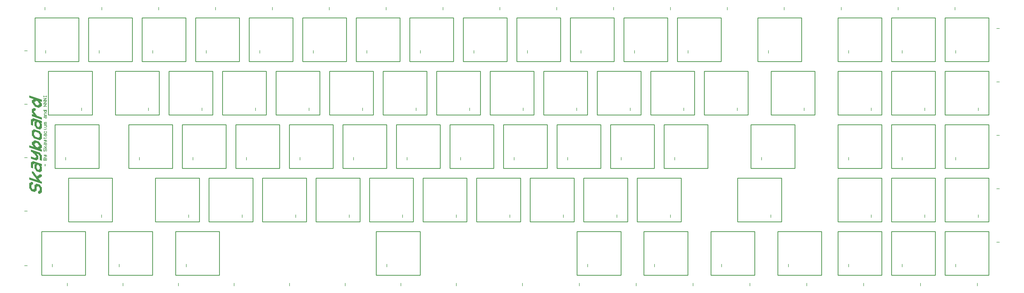
<source format=gto>
G04*
G04 #@! TF.GenerationSoftware,Altium Limited,Altium Designer,21.2.2 (38)*
G04*
G04 Layer_Color=65535*
%FSLAX25Y25*%
%MOIN*%
G70*
G04*
G04 #@! TF.SameCoordinates,D2681F19-CCD1-4E4B-9F87-FD34C08DC50C*
G04*
G04*
G04 #@! TF.FilePolarity,Positive*
G04*
G01*
G75*
%ADD10C,0.00500*%
%ADD11C,0.01000*%
G36*
X40000Y276695D02*
Y273710D01*
X37570Y274543D01*
Y273848D01*
X38774Y273432D01*
Y272205D01*
X40000Y271789D01*
Y267578D01*
X38774Y267994D01*
Y266768D01*
X37547Y267184D01*
Y265958D01*
X36321Y266374D01*
Y265148D01*
X29703Y267392D01*
Y268619D01*
X28476Y269035D01*
Y270262D01*
X27250Y270678D01*
Y271905D01*
X26023Y272321D01*
Y276533D01*
X27250Y276116D01*
Y277343D01*
X28476Y276926D01*
Y277620D01*
X22344Y279703D01*
Y282688D01*
X40000Y276695D01*
D02*
G37*
G36*
X31438Y264569D02*
Y261584D01*
X30212Y262001D01*
Y260774D01*
X28985Y261191D01*
Y259270D01*
X30212Y258854D01*
Y257627D01*
X31438Y257211D01*
Y255984D01*
X32665Y255568D01*
Y254341D01*
X40000Y251865D01*
Y248880D01*
X26023Y253624D01*
Y256609D01*
X28476Y255776D01*
Y256470D01*
X27250Y256887D01*
Y258113D01*
X26023Y258530D01*
X26023Y263968D01*
X27250Y263551D01*
Y264778D01*
X28476Y264361D01*
Y265564D01*
X31438Y264569D01*
D02*
G37*
G36*
X40000Y246659D02*
Y243674D01*
X38774Y244090D01*
Y243396D01*
X40000Y242980D01*
Y236315D01*
X38774Y236709D01*
Y235482D01*
X37547Y235922D01*
Y234696D01*
X32155Y236524D01*
Y237750D01*
X30906Y238167D01*
Y239393D01*
X29703Y239809D01*
Y246474D01*
X30906Y246057D01*
Y246751D01*
X28985Y247423D01*
Y246196D01*
X27759Y246589D01*
Y240481D01*
X24797Y241476D01*
Y249366D01*
X26023Y248950D01*
Y250176D01*
X27250Y249760D01*
Y250986D01*
X40000Y246659D01*
D02*
G37*
G36*
X37547Y232451D02*
Y231225D01*
X38774Y230808D01*
Y229582D01*
X40000Y229165D01*
Y221298D01*
X38774Y221714D01*
Y220488D01*
X37547Y220904D01*
Y219678D01*
X28476Y222755D01*
Y223982D01*
X27250Y224398D01*
Y225625D01*
X26023Y226041D01*
Y233909D01*
X27250Y233492D01*
Y234719D01*
X28476Y234302D01*
Y235529D01*
X37547Y232451D01*
D02*
G37*
G36*
X36321Y217873D02*
Y216646D01*
X37547Y216230D01*
Y215003D01*
X38774Y214587D01*
Y213361D01*
X40000Y212944D01*
Y208733D01*
X38774Y209149D01*
Y207923D01*
X37570Y208339D01*
Y207645D01*
X40000Y206812D01*
Y203827D01*
X22344Y209820D01*
Y212805D01*
X28476Y210722D01*
Y211417D01*
X27250Y211833D01*
Y213060D01*
X26023Y213476D01*
Y217688D01*
X27250Y217271D01*
Y218498D01*
X28476Y218081D01*
Y219307D01*
X29703Y218891D01*
Y220117D01*
X36321Y217873D01*
D02*
G37*
G36*
X37547Y202415D02*
Y201189D01*
X38774Y200772D01*
Y199546D01*
X40000Y199129D01*
Y191262D01*
X37038Y192257D01*
Y198366D01*
X35812Y198782D01*
Y200009D01*
X32642Y201096D01*
Y200402D01*
X33868Y199986D01*
Y198759D01*
X35094Y198343D01*
Y192928D01*
X33868Y193344D01*
Y192118D01*
X32642Y192534D01*
Y191308D01*
X24797Y193969D01*
Y196954D01*
X30906Y194872D01*
Y196098D01*
X32132Y195682D01*
Y197602D01*
X30906Y198019D01*
Y199222D01*
X29703Y199638D01*
Y200865D01*
X27250Y201698D01*
Y202924D01*
X24797Y203757D01*
Y206742D01*
X37547Y202415D01*
D02*
G37*
G36*
X40000Y186588D02*
Y183602D01*
X38774Y184019D01*
Y183325D01*
X40000Y182908D01*
Y176244D01*
X38774Y176637D01*
Y175411D01*
X37547Y175850D01*
Y174624D01*
X32155Y176452D01*
Y177679D01*
X30906Y178095D01*
Y179322D01*
X29703Y179738D01*
Y186402D01*
X30906Y185986D01*
Y186680D01*
X28985Y187351D01*
Y186125D01*
X27759Y186518D01*
Y180409D01*
X24797Y181404D01*
Y189295D01*
X26023Y188878D01*
Y190105D01*
X27250Y189688D01*
Y190915D01*
X40000Y186588D01*
D02*
G37*
G36*
X28985Y175295D02*
Y174069D01*
X30212Y173652D01*
Y172426D01*
X31438Y172009D01*
Y170783D01*
X32665Y170366D01*
Y169140D01*
X33359Y168885D01*
Y170112D01*
X34585Y169695D01*
Y170922D01*
X35812Y170505D01*
Y171732D01*
X37038Y171315D01*
Y172541D01*
X40000Y171546D01*
Y168561D01*
X38774Y168978D01*
Y167752D01*
X37547Y168168D01*
Y166942D01*
X36344Y167358D01*
Y166132D01*
X35117Y166548D01*
Y165854D01*
X36344Y165437D01*
Y164211D01*
X37547Y163795D01*
Y162591D01*
X40000Y161758D01*
Y158773D01*
X22344Y164767D01*
Y167752D01*
X33359Y164003D01*
Y164697D01*
X32155Y165114D01*
Y166340D01*
X30929Y166756D01*
Y167960D01*
X29703Y168376D01*
Y169603D01*
X28476Y170019D01*
Y171246D01*
X27250Y171662D01*
Y172889D01*
X26023Y173305D01*
Y176290D01*
X28985Y175295D01*
D02*
G37*
G36*
X27759Y160694D02*
Y157709D01*
X26533Y158125D01*
Y156899D01*
X25306Y157315D01*
Y152965D01*
X26533Y152549D01*
Y151322D01*
X28476Y150651D01*
Y151877D01*
X29703Y151461D01*
Y157570D01*
X30929Y157153D01*
Y158380D01*
X32155Y157963D01*
Y159190D01*
X37547Y157362D01*
Y156135D01*
X38774Y155719D01*
Y154492D01*
X40000Y154076D01*
Y146208D01*
X38774Y146625D01*
Y145398D01*
X37547Y145815D01*
Y144588D01*
X34585Y145583D01*
Y148568D01*
X35812Y148152D01*
Y149378D01*
X37038Y148962D01*
Y153312D01*
X35812Y153729D01*
Y154955D01*
X33891Y155603D01*
Y154377D01*
X32665Y154793D01*
Y148684D01*
X31438Y149101D01*
Y147874D01*
X30212Y148291D01*
Y147064D01*
X24797Y148916D01*
Y150142D01*
X23571Y150558D01*
Y151785D01*
X22344Y152201D01*
Y160069D01*
X23571Y159652D01*
Y160879D01*
X24797Y160462D01*
Y161689D01*
X27759Y160694D01*
D02*
G37*
G36*
X47000Y280487D02*
X46300D01*
Y281187D01*
X42801D01*
Y280487D01*
X42101D01*
Y282587D01*
X42801D01*
Y281887D01*
X46300D01*
Y282587D01*
X47000D01*
Y280487D01*
D02*
G37*
G36*
Y278388D02*
X45950D01*
Y278038D01*
X45600D01*
Y277688D01*
X45250D01*
Y277338D01*
X44901D01*
Y276988D01*
X44550D01*
Y276638D01*
X44201D01*
Y276288D01*
X47000D01*
Y275588D01*
X42101D01*
Y276288D01*
X43157D01*
Y276638D01*
X43507D01*
Y276988D01*
X43857D01*
Y277338D01*
X44207D01*
Y277688D01*
X44557D01*
Y278038D01*
X44907D01*
Y278388D01*
X42101D01*
Y279088D01*
X47000D01*
Y278388D01*
D02*
G37*
G36*
Y274189D02*
X45950D01*
Y273839D01*
X45600D01*
Y273489D01*
X45250D01*
Y273139D01*
X44901D01*
Y272789D01*
X44550D01*
Y272439D01*
X44201D01*
Y272089D01*
X47000D01*
Y271389D01*
X42101D01*
Y272089D01*
X43157D01*
Y272439D01*
X43507D01*
Y272789D01*
X43857D01*
Y273139D01*
X44207D01*
Y273489D01*
X44557D01*
Y273839D01*
X44907D01*
Y274189D01*
X42101D01*
Y274888D01*
X47000D01*
Y274189D01*
D02*
G37*
G36*
Y269990D02*
X45950D01*
Y269640D01*
X45600D01*
Y269290D01*
X45250D01*
Y268940D01*
X44901D01*
Y268590D01*
X44550D01*
Y268240D01*
X44201D01*
Y267890D01*
X47000D01*
Y267190D01*
X42101D01*
Y267890D01*
X43157D01*
Y268240D01*
X43507D01*
Y268590D01*
X43857D01*
Y268940D01*
X44207D01*
Y269290D01*
X44557D01*
Y269640D01*
X44907D01*
Y269990D01*
X42101D01*
Y270690D01*
X47000D01*
Y269990D01*
D02*
G37*
G36*
Y261592D02*
X46300D01*
Y261242D01*
X46650D01*
Y260892D01*
X47000D01*
Y259842D01*
X46650D01*
Y259492D01*
X46300D01*
Y259142D01*
X45950D01*
Y258792D01*
X44201D01*
Y259142D01*
X43851D01*
Y259492D01*
X43501D01*
Y259842D01*
X43151D01*
Y260892D01*
X43501D01*
Y261242D01*
X43851D01*
Y261592D01*
X42101D01*
Y262291D01*
X47000D01*
Y261592D01*
D02*
G37*
G36*
Y257393D02*
X44201D01*
Y257043D01*
X43851D01*
Y255643D01*
X44201D01*
Y255293D01*
X47000D01*
Y254593D01*
X43151D01*
Y255293D01*
X43501D01*
Y255643D01*
X43151D01*
Y257393D01*
X43501D01*
Y257743D01*
X43851D01*
Y258092D01*
X47000D01*
Y257393D01*
D02*
G37*
G36*
Y253193D02*
X46650D01*
Y252844D01*
X47000D01*
Y251094D01*
X46650D01*
Y250744D01*
X46300D01*
Y250394D01*
X44901D01*
Y250744D01*
X44550D01*
Y251094D01*
X44201D01*
Y252844D01*
X44550D01*
Y253193D01*
X43851D01*
Y252844D01*
X43501D01*
Y251094D01*
X42801D01*
Y253193D01*
X43151D01*
Y253543D01*
X43501D01*
Y253893D01*
X47000D01*
Y253193D01*
D02*
G37*
G36*
Y244795D02*
X44201D01*
Y244445D01*
X43851D01*
Y244096D01*
X47000D01*
Y243396D01*
X43851D01*
Y243046D01*
X44201D01*
Y242696D01*
X47000D01*
Y241996D01*
X43151D01*
Y242696D01*
X43501D01*
Y243046D01*
X43151D01*
Y244795D01*
X43501D01*
Y245145D01*
X43851D01*
Y245495D01*
X47000D01*
Y244795D01*
D02*
G37*
G36*
X46300Y240946D02*
X46650D01*
Y240596D01*
X47000D01*
Y238497D01*
X46650D01*
Y238147D01*
X46300D01*
Y237797D01*
X43151D01*
Y238497D01*
X45950D01*
Y238847D01*
X46300D01*
Y240247D01*
X45950D01*
Y240596D01*
X43151D01*
Y241296D01*
X46300D01*
Y240946D01*
D02*
G37*
G36*
X43151Y234998D02*
X42451D01*
Y235698D01*
X43151D01*
Y234998D01*
D02*
G37*
G36*
X47000Y235698D02*
X46650D01*
Y235348D01*
X46300D01*
Y234998D01*
X44550D01*
Y234298D01*
X43851D01*
Y235698D01*
X45950D01*
Y236047D01*
X46300D01*
Y236397D01*
X47000D01*
Y235698D01*
D02*
G37*
G36*
X46300Y232548D02*
X46650D01*
Y232198D01*
X47000D01*
Y230099D01*
X46650D01*
Y229749D01*
X46300D01*
Y229399D01*
X43851D01*
Y229749D01*
X43501D01*
Y230099D01*
X43151D01*
Y232198D01*
X43501D01*
Y232548D01*
X43851D01*
Y232898D01*
X44550D01*
Y232198D01*
X44201D01*
Y231848D01*
X43851D01*
Y230449D01*
X44201D01*
Y230099D01*
X45950D01*
Y230449D01*
X46300D01*
Y231848D01*
X45950D01*
Y232198D01*
X45600D01*
Y232898D01*
X46300D01*
Y232548D01*
D02*
G37*
G36*
X47000Y227999D02*
X46650D01*
Y227649D01*
X47000D01*
Y225900D01*
X46650D01*
Y225550D01*
X46300D01*
Y225200D01*
X44901D01*
Y225550D01*
X44550D01*
Y225900D01*
X44201D01*
Y227649D01*
X44550D01*
Y227999D01*
X43851D01*
Y227649D01*
X43501D01*
Y225900D01*
X42801D01*
Y227999D01*
X43151D01*
Y228349D01*
X43501D01*
Y228699D01*
X47000D01*
Y227999D01*
D02*
G37*
G36*
Y223100D02*
X46650D01*
Y222750D01*
X46300D01*
Y222400D01*
X43851D01*
Y221701D01*
X43151D01*
Y222400D01*
X42101D01*
Y223100D01*
X43151D01*
Y223800D01*
X43851D01*
Y223100D01*
X45950D01*
Y223450D01*
X46300D01*
Y223800D01*
X47000D01*
Y223100D01*
D02*
G37*
G36*
X46300Y219951D02*
X46650D01*
Y219601D01*
X47000D01*
Y217502D01*
X46300D01*
Y219251D01*
X45950D01*
Y219601D01*
X44901D01*
Y219251D01*
X45250D01*
Y218901D01*
X45600D01*
Y217502D01*
X45250D01*
Y217152D01*
X44901D01*
Y216802D01*
X42801D01*
Y217502D01*
X44550D01*
Y217852D01*
X44901D01*
Y218551D01*
X44550D01*
Y218901D01*
X44201D01*
Y219251D01*
X43501D01*
Y219601D01*
X42801D01*
Y220301D01*
X46300D01*
Y219951D01*
D02*
G37*
G36*
X47000Y215402D02*
X46650D01*
Y215052D01*
X47000D01*
Y213303D01*
X46650D01*
Y212953D01*
X46300D01*
Y212603D01*
X44901D01*
Y212953D01*
X44550D01*
Y213303D01*
X44201D01*
Y215052D01*
X44550D01*
Y215402D01*
X43851D01*
Y215052D01*
X43501D01*
Y213303D01*
X42801D01*
Y215402D01*
X43151D01*
Y215752D01*
X43501D01*
Y216102D01*
X47000D01*
Y215402D01*
D02*
G37*
G36*
Y211203D02*
X46650D01*
Y210853D01*
X46300D01*
Y210503D01*
X45950D01*
Y210153D01*
X45600D01*
Y209803D01*
X45950D01*
Y209454D01*
X46300D01*
Y209104D01*
X47000D01*
Y208404D01*
X42101D01*
Y209104D01*
X45250D01*
Y209454D01*
X44901D01*
Y209803D01*
X44550D01*
Y210153D01*
X44201D01*
Y210503D01*
X43851D01*
Y210853D01*
X43501D01*
Y211203D01*
X43151D01*
Y211903D01*
X43851D01*
Y211553D01*
X44201D01*
Y211203D01*
X44550D01*
Y210853D01*
X44901D01*
Y210503D01*
X45250D01*
Y210853D01*
X45600D01*
Y211203D01*
X45950D01*
Y211553D01*
X46300D01*
Y211903D01*
X47000D01*
Y211203D01*
D02*
G37*
G36*
X46300Y207354D02*
X46650D01*
Y207004D01*
X47000D01*
Y204905D01*
X46650D01*
Y204555D01*
X46300D01*
Y204205D01*
X45600D01*
Y204905D01*
X45950D01*
Y205255D01*
X46300D01*
Y206654D01*
X45950D01*
Y207004D01*
X45250D01*
Y206654D01*
X44901D01*
Y204905D01*
X44550D01*
Y204555D01*
X44201D01*
Y204205D01*
X42801D01*
Y204555D01*
X42451D01*
Y204905D01*
X42101D01*
Y207004D01*
X42451D01*
Y207354D01*
X42801D01*
Y207704D01*
X43501D01*
Y207004D01*
X43151D01*
Y206654D01*
X42801D01*
Y205255D01*
X43151D01*
Y204905D01*
X43851D01*
Y205255D01*
X44201D01*
Y207004D01*
X44550D01*
Y207354D01*
X44901D01*
Y207704D01*
X46300D01*
Y207354D01*
D02*
G37*
G36*
Y198956D02*
X46650D01*
Y198606D01*
X47000D01*
Y196507D01*
X46300D01*
Y198256D01*
X45950D01*
Y198606D01*
X44901D01*
Y198256D01*
X45250D01*
Y197906D01*
X45600D01*
Y196507D01*
X45250D01*
Y196157D01*
X44901D01*
Y195807D01*
X42801D01*
Y196507D01*
X44550D01*
Y196856D01*
X44901D01*
Y197556D01*
X44550D01*
Y197906D01*
X44201D01*
Y198256D01*
X43501D01*
Y198606D01*
X42801D01*
Y199306D01*
X46300D01*
Y198956D01*
D02*
G37*
G36*
Y194757D02*
X46650D01*
Y194407D01*
X47000D01*
Y191608D01*
X42101D01*
Y194407D01*
X42451D01*
Y194757D01*
X42801D01*
Y195107D01*
X44201D01*
Y194757D01*
X44901D01*
Y195107D01*
X46300D01*
Y194757D01*
D02*
G37*
G36*
X44901Y183559D02*
X44201D01*
Y186359D01*
X44901D01*
Y183559D01*
D02*
G37*
%LPC*%
G36*
X31438Y275376D02*
Y274149D01*
X30212Y274566D01*
Y273339D01*
X29008Y273756D01*
Y273062D01*
X30212Y272645D01*
Y271419D01*
X31438Y271002D01*
Y269776D01*
X34585Y268711D01*
Y269938D01*
X35812Y269521D01*
Y270748D01*
X37038Y270331D01*
Y271025D01*
X35812Y271442D01*
Y272668D01*
X34585Y273085D01*
Y274311D01*
X31438Y275376D01*
D02*
G37*
G36*
X33868Y245757D02*
Y244530D01*
X32665Y244923D01*
Y240550D01*
X33868Y240157D01*
Y238930D01*
X35812Y238259D01*
Y239486D01*
X37038Y239069D01*
Y243443D01*
X35812Y243859D01*
Y245085D01*
X33868Y245757D01*
D02*
G37*
G36*
X30212Y231942D02*
Y230715D01*
X28985Y231155D01*
Y226805D01*
X30212Y226365D01*
Y225139D01*
X35812Y223241D01*
Y224468D01*
X37038Y224051D01*
Y228401D01*
X35812Y228818D01*
Y230044D01*
X30212Y231942D01*
D02*
G37*
G36*
X31438Y216531D02*
Y215304D01*
X30212Y215721D01*
Y214494D01*
X29008Y214911D01*
Y214217D01*
X30212Y213800D01*
Y212574D01*
X31438Y212157D01*
Y210931D01*
X34585Y209866D01*
Y211093D01*
X35812Y210676D01*
Y211903D01*
X37038Y211486D01*
Y212180D01*
X35812Y212597D01*
Y213823D01*
X34585Y214240D01*
Y215466D01*
X31438Y216531D01*
D02*
G37*
G36*
X33868Y185685D02*
Y184459D01*
X32665Y184852D01*
Y180479D01*
X33868Y180085D01*
Y178859D01*
X35812Y178188D01*
Y179414D01*
X37038Y178998D01*
Y183371D01*
X35812Y183788D01*
Y185014D01*
X33868Y185685D01*
D02*
G37*
G36*
X45600Y261242D02*
X44550D01*
Y260892D01*
X44201D01*
Y260542D01*
X43851D01*
Y260192D01*
X44201D01*
Y259842D01*
X44550D01*
Y259492D01*
X45600D01*
Y259842D01*
X45950D01*
Y260192D01*
X46300D01*
Y260542D01*
X45950D01*
Y260892D01*
X45600D01*
Y261242D01*
D02*
G37*
G36*
X45950Y253193D02*
X45250D01*
Y252844D01*
X44901D01*
Y251444D01*
X45250D01*
Y251094D01*
X45950D01*
Y251444D01*
X46300D01*
Y252844D01*
X45950D01*
Y253193D01*
D02*
G37*
G36*
Y227999D02*
X45250D01*
Y227649D01*
X44901D01*
Y226250D01*
X45250D01*
Y225900D01*
X45950D01*
Y226250D01*
X46300D01*
Y227649D01*
X45950D01*
Y227999D01*
D02*
G37*
G36*
Y215402D02*
X45250D01*
Y215052D01*
X44901D01*
Y213652D01*
X45250D01*
Y213303D01*
X45950D01*
Y213652D01*
X46300D01*
Y215052D01*
X45950D01*
Y215402D01*
D02*
G37*
G36*
Y194407D02*
X45250D01*
Y194057D01*
X44901D01*
Y192307D01*
X46300D01*
Y194057D01*
X45950D01*
Y194407D01*
D02*
G37*
G36*
X43851D02*
X43151D01*
Y194057D01*
X42801D01*
Y192307D01*
X44201D01*
Y194057D01*
X43851D01*
Y194407D01*
D02*
G37*
%LPD*%
D10*
X245621Y111570D02*
Y115507D01*
X564378Y261570D02*
Y265507D01*
X320621Y111570D02*
Y115507D01*
X264377Y261570D02*
Y265507D01*
X470622Y111570D02*
Y115507D01*
X1276878Y111570D02*
Y115507D01*
X1377776Y376880D02*
X1381713D01*
X1377776Y301874D02*
X1381713D01*
X1377776Y226874D02*
X1381713D01*
X1377776Y151874D02*
X1381713D01*
X1377776Y76874D02*
X1381713D01*
X1350748Y15487D02*
Y19424D01*
X1271060Y15487D02*
Y19424D01*
X1191373Y15487D02*
Y19424D01*
X1111685Y15487D02*
Y19424D01*
X1031998Y15487D02*
Y19424D01*
X952310Y15487D02*
Y19424D01*
X872623Y15487D02*
Y19424D01*
X792936Y15487D02*
Y19424D01*
X713248Y15487D02*
Y19424D01*
X620748Y15487D02*
Y19424D01*
X542891Y15487D02*
Y19424D01*
X465034Y15487D02*
Y19424D01*
X387176Y15487D02*
Y19424D01*
X309319Y15487D02*
Y19424D01*
X231462Y15487D02*
Y19424D01*
X153605Y15487D02*
Y19424D01*
X75748Y15487D02*
Y19424D01*
X15787Y43652D02*
X19724D01*
X15787Y120378D02*
X19724D01*
X15787Y195378D02*
X19724D01*
X15787Y270378D02*
X19724D01*
X15787Y345384D02*
X19724D01*
X44252Y402776D02*
Y406713D01*
X123940Y402776D02*
Y406713D01*
X203627Y402776D02*
Y406713D01*
X283314Y402776D02*
Y406713D01*
X363002Y402776D02*
Y406713D01*
X442690Y402776D02*
Y406713D01*
X522377Y402776D02*
Y406713D01*
X602065Y402776D02*
Y406713D01*
X681752Y402776D02*
Y406713D01*
X761440Y402776D02*
Y406713D01*
X841127Y402776D02*
Y406713D01*
X920815Y402776D02*
Y406713D01*
X1000502Y402776D02*
Y406713D01*
X1080190Y402776D02*
Y406713D01*
X1159877Y402776D02*
Y406713D01*
X1239565Y402776D02*
Y406713D01*
X1319252Y402776D02*
Y406713D01*
X639378Y261570D02*
Y265507D01*
X95621Y261570D02*
Y265507D01*
X489378Y261570D02*
Y265507D01*
X523500Y42082D02*
Y46019D01*
X1351878Y111570D02*
Y115507D01*
X1201878Y111570D02*
Y115507D01*
X1320382Y192082D02*
Y196019D01*
X1245382Y192082D02*
Y196019D01*
X1170382Y192082D02*
Y196019D01*
X251625Y192082D02*
Y196019D01*
X898500Y42082D02*
Y46019D01*
X1061248Y111570D02*
Y115507D01*
X1320382Y42082D02*
Y46019D01*
X1086000Y42082D02*
Y46019D01*
X804752Y42082D02*
Y46019D01*
X414378Y261570D02*
Y265507D01*
X189377Y261570D02*
Y265507D01*
X1320382Y342087D02*
Y346024D01*
X1351878Y261570D02*
Y265507D01*
X864378Y261570D02*
Y265507D01*
X789378Y261570D02*
Y265507D01*
X620544Y111535D02*
Y115472D01*
X992252Y42082D02*
Y46019D01*
X695622Y111570D02*
Y115507D01*
X148501Y42082D02*
Y46019D01*
X123746Y111570D02*
Y115507D01*
X1170382Y42082D02*
Y46019D01*
X54750Y42082D02*
Y46019D01*
X242251Y42082D02*
Y46019D01*
X776626Y192082D02*
Y196019D01*
X701626Y192082D02*
Y196019D01*
X626626Y192082D02*
Y196019D01*
X1170382Y342087D02*
Y346024D01*
X714378Y261570D02*
Y265507D01*
X1245382Y342087D02*
Y346024D01*
X551626Y192082D02*
Y196019D01*
X476626Y192082D02*
Y196019D01*
X401626Y192082D02*
Y196019D01*
X45380Y342087D02*
Y346024D01*
X1048500Y192082D02*
Y196019D01*
X1276878Y261570D02*
Y265507D01*
X339377Y261570D02*
Y265507D01*
X1245382Y42082D02*
Y46019D01*
X1201878Y261570D02*
Y265507D01*
X326625Y192082D02*
Y196019D01*
X73500Y192082D02*
Y196019D01*
X395622Y111570D02*
Y115507D01*
X1057882Y342087D02*
Y346024D01*
X545527Y111535D02*
Y115472D01*
X176625Y192082D02*
Y196019D01*
X1014378Y261570D02*
Y265507D01*
X1108122Y261570D02*
Y265507D01*
X939378Y261570D02*
Y265507D01*
X945382Y342087D02*
Y346024D01*
X851626Y192082D02*
Y196019D01*
X920622Y111570D02*
Y115507D01*
X845622Y111570D02*
Y115507D01*
X870382Y342087D02*
Y346024D01*
X770622Y111570D02*
Y115507D01*
X926626Y192082D02*
Y196019D01*
X720382Y342087D02*
Y346024D01*
X645374Y342087D02*
Y346024D01*
X570374Y342087D02*
Y346024D01*
X495382Y342087D02*
Y346024D01*
X420374Y342087D02*
Y346024D01*
X345366Y342087D02*
Y346024D01*
X270373Y342087D02*
Y346024D01*
X195373Y342087D02*
Y346024D01*
X120373Y342087D02*
Y346024D01*
X795382Y342087D02*
Y346024D01*
D11*
X199165Y166835D02*
X260582D01*
X199165Y105417D02*
X260582D01*
Y166835D01*
X199165Y105417D02*
Y166835D01*
X405414Y391840D02*
X466831D01*
X405414Y330423D02*
X466831D01*
Y391840D01*
X405414Y330423D02*
Y391840D01*
X1305421Y241835D02*
X1366839D01*
X1305421Y180417D02*
X1366839D01*
Y241835D01*
X1305421Y180417D02*
Y241835D01*
X574087Y105382D02*
Y166799D01*
X635505Y105382D02*
Y166799D01*
X574087Y105382D02*
X635505D01*
X574087Y166799D02*
X635505D01*
X499070Y105382D02*
Y166799D01*
X560488Y105382D02*
Y166799D01*
X499070Y105382D02*
X560488D01*
X499070Y166799D02*
X560488D01*
X517921Y255417D02*
Y316835D01*
X579339Y255417D02*
Y316835D01*
X517921Y255417D02*
X579339D01*
X517921Y316835D02*
X579339D01*
X536666Y180417D02*
Y241835D01*
X598083Y180417D02*
Y241835D01*
X536666Y180417D02*
X598083D01*
X536666Y241835D02*
X598083D01*
X967921Y255417D02*
Y316835D01*
X1029339Y255417D02*
Y316835D01*
X967921Y255417D02*
X1029339D01*
X967921Y316835D02*
X1029339D01*
X1061666Y255417D02*
Y316835D01*
X1123083Y255417D02*
Y316835D01*
X1061666Y255417D02*
X1123083D01*
X1061666Y316835D02*
X1123083D01*
X892921Y255417D02*
Y316835D01*
X954339Y255417D02*
Y316835D01*
X892921Y255417D02*
X954339D01*
X892921Y316835D02*
X954339D01*
X274165Y105417D02*
Y166835D01*
X335582Y105417D02*
Y166835D01*
X274165Y105417D02*
X335582D01*
X274165Y166835D02*
X335582D01*
X217920Y255417D02*
Y316835D01*
X279338Y255417D02*
Y316835D01*
X217920Y255417D02*
X279338D01*
X217920Y316835D02*
X279338D01*
X424166Y105417D02*
Y166835D01*
X485583Y105417D02*
Y166835D01*
X424166Y105417D02*
X485583D01*
X424166Y166835D02*
X485583D01*
X1230421Y105417D02*
Y166835D01*
X1291839Y105417D02*
Y166835D01*
X1230421Y105417D02*
X1291839D01*
X1230421Y166835D02*
X1291839D01*
X592921Y255417D02*
Y316835D01*
X654339Y255417D02*
Y316835D01*
X592921Y255417D02*
X654339D01*
X592921Y316835D02*
X654339D01*
X49164Y255417D02*
Y316835D01*
X110582Y255417D02*
Y316835D01*
X49164Y255417D02*
X110582D01*
X49164Y316835D02*
X110582D01*
X442921Y255417D02*
Y316835D01*
X504339Y255417D02*
Y316835D01*
X442921Y255417D02*
X504339D01*
X442921Y316835D02*
X504339D01*
X508540Y30417D02*
Y91835D01*
X569957Y30417D02*
Y91835D01*
X508540Y30417D02*
X569957D01*
X508540Y91835D02*
X569957D01*
X1305421Y105417D02*
Y166835D01*
X1366839Y105417D02*
Y166835D01*
X1305421Y105417D02*
X1366839D01*
X1305421Y166835D02*
X1366839D01*
X1155421Y105417D02*
Y166835D01*
X1216839Y105417D02*
Y166835D01*
X1155421Y105417D02*
X1216839D01*
X1155421Y166835D02*
X1216839D01*
X1230421Y180417D02*
Y241835D01*
X1291839Y180417D02*
Y241835D01*
X1230421Y180417D02*
X1291839D01*
X1230421Y241835D02*
X1291839D01*
X1155421Y180417D02*
Y241835D01*
X1216839Y180417D02*
Y241835D01*
X1155421Y180417D02*
X1216839D01*
X1155421Y241835D02*
X1216839D01*
X236665Y180417D02*
Y241835D01*
X298082Y180417D02*
Y241835D01*
X236665Y180417D02*
X298082D01*
X236665Y241835D02*
X298082D01*
X883540Y30417D02*
Y91835D01*
X944957Y30417D02*
Y91835D01*
X883540Y30417D02*
X944957D01*
X883540Y91835D02*
X944957D01*
X1014792Y105417D02*
Y166835D01*
X1076209Y105417D02*
Y166835D01*
X1014792Y105417D02*
X1076209D01*
X1014792Y166835D02*
X1076209D01*
X1305421Y30417D02*
Y91835D01*
X1366839Y30417D02*
Y91835D01*
X1305421Y30417D02*
X1366839D01*
X1305421Y91835D02*
X1366839D01*
X1071040Y30417D02*
Y91835D01*
X1132457Y30417D02*
Y91835D01*
X1071040Y30417D02*
X1132457D01*
X1071040Y91835D02*
X1132457D01*
X789792Y30417D02*
Y91835D01*
X851209Y30417D02*
Y91835D01*
X789792Y30417D02*
X851209D01*
X789792Y91835D02*
X851209D01*
X367921Y255417D02*
Y316835D01*
X429339Y255417D02*
Y316835D01*
X367921Y255417D02*
X429339D01*
X367921Y316835D02*
X429339D01*
X142920Y255417D02*
Y316835D01*
X204338Y255417D02*
Y316835D01*
X142920Y255417D02*
X204338D01*
X142920Y316835D02*
X204338D01*
X1305421Y330423D02*
Y391840D01*
X1366839Y330423D02*
Y391840D01*
X1305421Y330423D02*
X1366839D01*
X1305421Y391840D02*
X1366839D01*
X1305421Y255417D02*
Y316835D01*
X1366839Y255417D02*
Y316835D01*
X1305421Y255417D02*
X1366839D01*
X1305421Y316835D02*
X1366839D01*
X817921Y255417D02*
Y316835D01*
X879339Y255417D02*
Y316835D01*
X817921Y255417D02*
X879339D01*
X817921Y316835D02*
X879339D01*
X742921Y255417D02*
Y316835D01*
X804339Y255417D02*
Y316835D01*
X742921Y255417D02*
X804339D01*
X742921Y316835D02*
X804339D01*
X977292Y30417D02*
Y91835D01*
X1038709Y30417D02*
Y91835D01*
X977292Y30417D02*
X1038709D01*
X977292Y91835D02*
X1038709D01*
X649166Y105417D02*
Y166835D01*
X710583Y105417D02*
Y166835D01*
X649166Y105417D02*
X710583D01*
X649166Y166835D02*
X710583D01*
X133540Y30417D02*
Y91835D01*
X194957Y30417D02*
Y91835D01*
X133540Y30417D02*
X194957D01*
X133540Y91835D02*
X194957D01*
X77289Y105417D02*
Y166835D01*
X138707Y105417D02*
Y166835D01*
X77289Y105417D02*
X138707D01*
X77289Y166835D02*
X138707D01*
X1155421Y30417D02*
Y91835D01*
X1216839Y30417D02*
Y91835D01*
X1155421Y30417D02*
X1216839D01*
X1155421Y91835D02*
X1216839D01*
X39789Y30417D02*
Y91835D01*
X101207Y30417D02*
Y91835D01*
X39789Y30417D02*
X101207D01*
X39789Y91835D02*
X101207D01*
X227290Y30417D02*
Y91835D01*
X288707Y30417D02*
Y91835D01*
X227290Y30417D02*
X288707D01*
X227290Y91835D02*
X288707D01*
X761666Y180417D02*
Y241835D01*
X823083Y180417D02*
Y241835D01*
X761666Y180417D02*
X823083D01*
X761666Y241835D02*
X823083D01*
X686666Y180417D02*
Y241835D01*
X748083Y180417D02*
Y241835D01*
X686666Y180417D02*
X748083D01*
X686666Y241835D02*
X748083D01*
X611666Y180417D02*
Y241835D01*
X673083Y180417D02*
Y241835D01*
X611666Y180417D02*
X673083D01*
X611666Y241835D02*
X673083D01*
X1155421Y330423D02*
Y391840D01*
X1216839Y330423D02*
Y391840D01*
X1155421Y330423D02*
X1216839D01*
X1155421Y391840D02*
X1216839D01*
X667921Y255417D02*
Y316835D01*
X729339Y255417D02*
Y316835D01*
X667921Y255417D02*
X729339D01*
X667921Y316835D02*
X729339D01*
X1230421Y330423D02*
Y391840D01*
X1291839Y330423D02*
Y391840D01*
X1230421Y330423D02*
X1291839D01*
X1230421Y391840D02*
X1291839D01*
X461666Y180417D02*
Y241835D01*
X523083Y180417D02*
Y241835D01*
X461666Y180417D02*
X523083D01*
X461666Y241835D02*
X523083D01*
X386666Y180417D02*
Y241835D01*
X448083Y180417D02*
Y241835D01*
X386666Y180417D02*
X448083D01*
X386666Y241835D02*
X448083D01*
X30420Y330423D02*
Y391840D01*
X91837Y330423D02*
Y391840D01*
X30420Y330423D02*
X91837D01*
X30420Y391840D02*
X91837D01*
X1033540Y180417D02*
Y241835D01*
X1094957Y180417D02*
Y241835D01*
X1033540Y180417D02*
X1094957D01*
X1033540Y241835D02*
X1094957D01*
X1230421Y255417D02*
Y316835D01*
X1291839Y255417D02*
Y316835D01*
X1230421Y255417D02*
X1291839D01*
X1230421Y316835D02*
X1291839D01*
X292920Y255417D02*
Y316835D01*
X354338Y255417D02*
Y316835D01*
X292920Y255417D02*
X354338D01*
X292920Y316835D02*
X354338D01*
X1230421Y30417D02*
Y91835D01*
X1291839Y30417D02*
Y91835D01*
X1230421Y30417D02*
X1291839D01*
X1230421Y91835D02*
X1291839D01*
X1155421Y255417D02*
Y316835D01*
X1216839Y255417D02*
Y316835D01*
X1155421Y255417D02*
X1216839D01*
X1155421Y316835D02*
X1216839D01*
X311665Y180417D02*
Y241835D01*
X373082Y180417D02*
Y241835D01*
X311665Y180417D02*
X373082D01*
X311665Y241835D02*
X373082D01*
X58539Y180417D02*
Y241835D01*
X119957Y180417D02*
Y241835D01*
X58539Y180417D02*
X119957D01*
X58539Y241835D02*
X119957D01*
X349166Y105417D02*
Y166835D01*
X410583Y105417D02*
Y166835D01*
X349166Y105417D02*
X410583D01*
X349166Y166835D02*
X410583D01*
X1042921Y330423D02*
Y391840D01*
X1104339Y330423D02*
Y391840D01*
X1042921Y330423D02*
X1104339D01*
X1042921Y391840D02*
X1104339D01*
X161665Y180417D02*
Y241835D01*
X223082Y180417D02*
Y241835D01*
X161665Y180417D02*
X223082D01*
X161665Y241835D02*
X223082D01*
X930421Y330423D02*
Y391840D01*
X991839Y330423D02*
Y391840D01*
X930421Y330423D02*
X991839D01*
X930421Y391840D02*
X991839D01*
X836666Y180417D02*
Y241835D01*
X898083Y180417D02*
Y241835D01*
X836666Y180417D02*
X898083D01*
X836666Y241835D02*
X898083D01*
X705421Y330423D02*
Y391840D01*
X766839Y330423D02*
Y391840D01*
X705421Y330423D02*
X766839D01*
X705421Y391840D02*
X766839D01*
X630414Y330423D02*
Y391840D01*
X691831Y330423D02*
Y391840D01*
X630414Y330423D02*
X691831D01*
X630414Y391840D02*
X691831D01*
X555414Y330423D02*
Y391840D01*
X616831Y330423D02*
Y391840D01*
X555414Y330423D02*
X616831D01*
X555414Y391840D02*
X616831D01*
X480421Y330423D02*
Y391840D01*
X541839Y330423D02*
Y391840D01*
X480421Y330423D02*
X541839D01*
X480421Y391840D02*
X541839D01*
X330406Y330423D02*
Y391840D01*
X391823Y330423D02*
Y391840D01*
X330406Y330423D02*
X391823D01*
X330406Y391840D02*
X391823D01*
X255412Y330423D02*
Y391840D01*
X316830Y330423D02*
Y391840D01*
X255412Y330423D02*
X316830D01*
X255412Y391840D02*
X316830D01*
X180412Y330423D02*
Y391840D01*
X241830Y330423D02*
Y391840D01*
X180412Y330423D02*
X241830D01*
X180412Y391840D02*
X241830D01*
X105412Y330423D02*
Y391840D01*
X166830Y330423D02*
Y391840D01*
X105412Y330423D02*
X166830D01*
X105412Y391840D02*
X166830D01*
X780421Y330423D02*
Y391840D01*
X841839Y330423D02*
Y391840D01*
X780421Y330423D02*
X841839D01*
X780421Y391840D02*
X841839D01*
X874166Y105417D02*
Y166835D01*
X935583Y105417D02*
Y166835D01*
X874166Y105417D02*
X935583D01*
X874166Y166835D02*
X935583D01*
X799166Y105417D02*
Y166835D01*
X860583Y105417D02*
Y166835D01*
X799166Y105417D02*
X860583D01*
X799166Y166835D02*
X860583D01*
X855421Y330423D02*
Y391840D01*
X916839Y330423D02*
Y391840D01*
X855421Y330423D02*
X916839D01*
X855421Y391840D02*
X916839D01*
X724166Y105417D02*
Y166835D01*
X785583Y105417D02*
Y166835D01*
X724166Y105417D02*
X785583D01*
X724166Y166835D02*
X785583D01*
X911666Y180417D02*
Y241835D01*
X973083Y180417D02*
Y241835D01*
X911666Y180417D02*
X973083D01*
X911666Y241835D02*
X973083D01*
M02*

</source>
